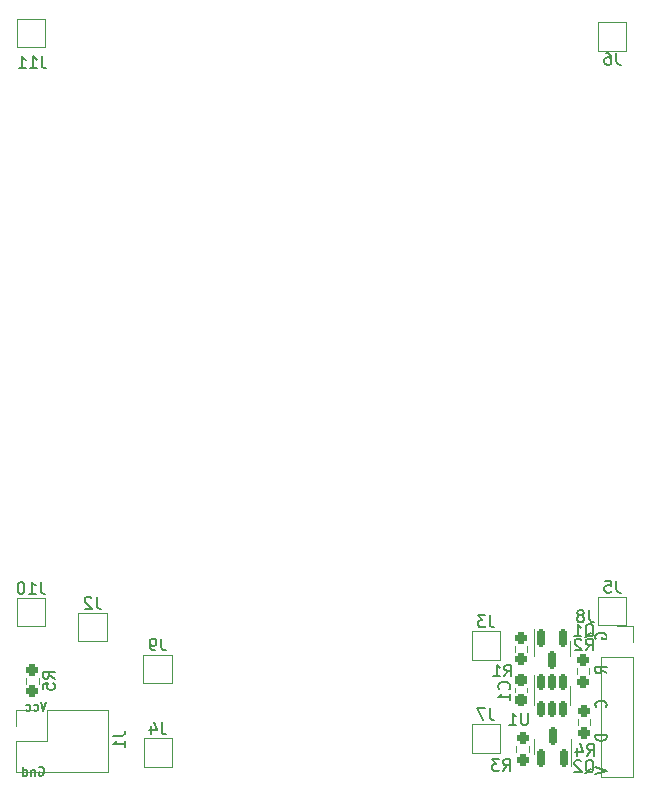
<source format=gbo>
G04 #@! TF.GenerationSoftware,KiCad,Pcbnew,(6.0.2)*
G04 #@! TF.CreationDate,2022-06-03T10:10:03-07:00*
G04 #@! TF.ProjectId,iflfu-top,69666c66-752d-4746-9f70-2e6b69636164,rev?*
G04 #@! TF.SameCoordinates,Original*
G04 #@! TF.FileFunction,Legend,Bot*
G04 #@! TF.FilePolarity,Positive*
%FSLAX46Y46*%
G04 Gerber Fmt 4.6, Leading zero omitted, Abs format (unit mm)*
G04 Created by KiCad (PCBNEW (6.0.2)) date 2022-06-03 10:10:03*
%MOMM*%
%LPD*%
G01*
G04 APERTURE LIST*
G04 Aperture macros list*
%AMRoundRect*
0 Rectangle with rounded corners*
0 $1 Rounding radius*
0 $2 $3 $4 $5 $6 $7 $8 $9 X,Y pos of 4 corners*
0 Add a 4 corners polygon primitive as box body*
4,1,4,$2,$3,$4,$5,$6,$7,$8,$9,$2,$3,0*
0 Add four circle primitives for the rounded corners*
1,1,$1+$1,$2,$3*
1,1,$1+$1,$4,$5*
1,1,$1+$1,$6,$7*
1,1,$1+$1,$8,$9*
0 Add four rect primitives between the rounded corners*
20,1,$1+$1,$2,$3,$4,$5,0*
20,1,$1+$1,$4,$5,$6,$7,0*
20,1,$1+$1,$6,$7,$8,$9,0*
20,1,$1+$1,$8,$9,$2,$3,0*%
G04 Aperture macros list end*
%ADD10C,0.187500*%
%ADD11C,0.150000*%
%ADD12C,0.120000*%
%ADD13C,1.000000*%
%ADD14RoundRect,0.444500X0.444500X0.555500X-0.444500X0.555500X-0.444500X-0.555500X0.444500X-0.555500X0*%
%ADD15RoundRect,0.444500X0.555500X-0.444500X0.555500X0.444500X-0.555500X0.444500X-0.555500X-0.444500X0*%
%ADD16RoundRect,0.150000X-0.150000X0.587500X-0.150000X-0.587500X0.150000X-0.587500X0.150000X0.587500X0*%
%ADD17RoundRect,0.237500X0.237500X-0.250000X0.237500X0.250000X-0.237500X0.250000X-0.237500X-0.250000X0*%
%ADD18R,2.000000X2.000000*%
%ADD19RoundRect,0.237500X0.237500X-0.300000X0.237500X0.300000X-0.237500X0.300000X-0.237500X-0.300000X0*%
%ADD20RoundRect,0.150000X0.150000X-0.587500X0.150000X0.587500X-0.150000X0.587500X-0.150000X-0.587500X0*%
%ADD21R,1.700000X1.700000*%
%ADD22O,1.700000X1.700000*%
%ADD23RoundRect,0.150000X-0.150000X0.512500X-0.150000X-0.512500X0.150000X-0.512500X0.150000X0.512500X0*%
G04 APERTURE END LIST*
D10*
X147982142Y-79059717D02*
X148053571Y-79024002D01*
X148160714Y-79024002D01*
X148267857Y-79059717D01*
X148339285Y-79131145D01*
X148375000Y-79202574D01*
X148410714Y-79345431D01*
X148410714Y-79452574D01*
X148375000Y-79595431D01*
X148339285Y-79666859D01*
X148267857Y-79738288D01*
X148160714Y-79774002D01*
X148089285Y-79774002D01*
X147982142Y-79738288D01*
X147946428Y-79702574D01*
X147946428Y-79452574D01*
X148089285Y-79452574D01*
X147625000Y-79274002D02*
X147625000Y-79774002D01*
X147625000Y-79345431D02*
X147589285Y-79309717D01*
X147517857Y-79274002D01*
X147410714Y-79274002D01*
X147339285Y-79309717D01*
X147303571Y-79381145D01*
X147303571Y-79774002D01*
X146625000Y-79774002D02*
X146625000Y-79024002D01*
X146625000Y-79738288D02*
X146696428Y-79774002D01*
X146839285Y-79774002D01*
X146910714Y-79738288D01*
X146946428Y-79702574D01*
X146982142Y-79631145D01*
X146982142Y-79416859D01*
X146946428Y-79345431D01*
X146910714Y-79309717D01*
X146839285Y-79274002D01*
X146696428Y-79274002D01*
X146625000Y-79309717D01*
D11*
X195100000Y-68188859D02*
X195052380Y-68105717D01*
X195052380Y-67981002D01*
X195100000Y-67856288D01*
X195195238Y-67773145D01*
X195290476Y-67731574D01*
X195480952Y-67690002D01*
X195623809Y-67690002D01*
X195814285Y-67731574D01*
X195909523Y-67773145D01*
X196004761Y-67856288D01*
X196052380Y-67981002D01*
X196052380Y-68064145D01*
X196004761Y-68188859D01*
X195957142Y-68230431D01*
X195623809Y-68230431D01*
X195623809Y-68064145D01*
X196052380Y-71098859D02*
X195576190Y-70807859D01*
X196052380Y-70600002D02*
X195052380Y-70600002D01*
X195052380Y-70932574D01*
X195100000Y-71015717D01*
X195147619Y-71057288D01*
X195242857Y-71098859D01*
X195385714Y-71098859D01*
X195480952Y-71057288D01*
X195528571Y-71015717D01*
X195576190Y-70932574D01*
X195576190Y-70600002D01*
X195957142Y-73967288D02*
X196004761Y-73925717D01*
X196052380Y-73801002D01*
X196052380Y-73717859D01*
X196004761Y-73593145D01*
X195909523Y-73510002D01*
X195814285Y-73468431D01*
X195623809Y-73426859D01*
X195480952Y-73426859D01*
X195290476Y-73468431D01*
X195195238Y-73510002D01*
X195100000Y-73593145D01*
X195052380Y-73717859D01*
X195052380Y-73801002D01*
X195100000Y-73925717D01*
X195147619Y-73967288D01*
X196052380Y-76336859D02*
X195052380Y-76336859D01*
X195052380Y-76544717D01*
X195100000Y-76669431D01*
X195195238Y-76752574D01*
X195290476Y-76794145D01*
X195480952Y-76835717D01*
X195623809Y-76835717D01*
X195814285Y-76794145D01*
X195909523Y-76752574D01*
X196004761Y-76669431D01*
X196052380Y-76544717D01*
X196052380Y-76336859D01*
X195052380Y-79080574D02*
X196052380Y-79371574D01*
X195052380Y-79662574D01*
D10*
X148592857Y-73524002D02*
X148342857Y-74274002D01*
X148092857Y-73524002D01*
X147521428Y-74238288D02*
X147592857Y-74274002D01*
X147735714Y-74274002D01*
X147807142Y-74238288D01*
X147842857Y-74202574D01*
X147878571Y-74131145D01*
X147878571Y-73916859D01*
X147842857Y-73845431D01*
X147807142Y-73809717D01*
X147735714Y-73774002D01*
X147592857Y-73774002D01*
X147521428Y-73809717D01*
X146878571Y-74238288D02*
X146950000Y-74274002D01*
X147092857Y-74274002D01*
X147164285Y-74238288D01*
X147200000Y-74202574D01*
X147235714Y-74131145D01*
X147235714Y-73916859D01*
X147200000Y-73845431D01*
X147164285Y-73809717D01*
X147092857Y-73774002D01*
X146950000Y-73774002D01*
X146878571Y-73809717D01*
D11*
X194195238Y-68082336D02*
X194290476Y-68034717D01*
X194385714Y-67939478D01*
X194528571Y-67796621D01*
X194623809Y-67749002D01*
X194719047Y-67749002D01*
X194671428Y-67987097D02*
X194766666Y-67939478D01*
X194861904Y-67844240D01*
X194909523Y-67653764D01*
X194909523Y-67320431D01*
X194861904Y-67129955D01*
X194766666Y-67034717D01*
X194671428Y-66987097D01*
X194480952Y-66987097D01*
X194385714Y-67034717D01*
X194290476Y-67129955D01*
X194242857Y-67320431D01*
X194242857Y-67653764D01*
X194290476Y-67844240D01*
X194385714Y-67939478D01*
X194480952Y-67987097D01*
X194671428Y-67987097D01*
X193290476Y-67987097D02*
X193861904Y-67987097D01*
X193576190Y-67987097D02*
X193576190Y-66987097D01*
X193671428Y-67129955D01*
X193766666Y-67225193D01*
X193861904Y-67272812D01*
X194366666Y-78087097D02*
X194700000Y-77610907D01*
X194938095Y-78087097D02*
X194938095Y-77087097D01*
X194557142Y-77087097D01*
X194461904Y-77134717D01*
X194414285Y-77182336D01*
X194366666Y-77277574D01*
X194366666Y-77420431D01*
X194414285Y-77515669D01*
X194461904Y-77563288D01*
X194557142Y-77610907D01*
X194938095Y-77610907D01*
X193509523Y-77420431D02*
X193509523Y-78087097D01*
X193747619Y-77039478D02*
X193985714Y-77753764D01*
X193366666Y-77753764D01*
X158345833Y-75276597D02*
X158345833Y-75990883D01*
X158393452Y-76133740D01*
X158488690Y-76228978D01*
X158631547Y-76276597D01*
X158726785Y-76276597D01*
X157441071Y-75609931D02*
X157441071Y-76276597D01*
X157679166Y-75228978D02*
X157917261Y-75943264D01*
X157298214Y-75943264D01*
X196833333Y-18587097D02*
X196833333Y-19301383D01*
X196880952Y-19444240D01*
X196976190Y-19539478D01*
X197119047Y-19587097D01*
X197214285Y-19587097D01*
X195928571Y-18587097D02*
X196119047Y-18587097D01*
X196214285Y-18634717D01*
X196261904Y-18682336D01*
X196357142Y-18825193D01*
X196404761Y-19015669D01*
X196404761Y-19396621D01*
X196357142Y-19491859D01*
X196309523Y-19539478D01*
X196214285Y-19587097D01*
X196023809Y-19587097D01*
X195928571Y-19539478D01*
X195880952Y-19491859D01*
X195833333Y-19396621D01*
X195833333Y-19158526D01*
X195880952Y-19063288D01*
X195928571Y-19015669D01*
X196023809Y-18968050D01*
X196214285Y-18968050D01*
X196309523Y-19015669D01*
X196357142Y-19063288D01*
X196404761Y-19158526D01*
X148109523Y-63389097D02*
X148109523Y-64103383D01*
X148157142Y-64246240D01*
X148252380Y-64341478D01*
X148395238Y-64389097D01*
X148490476Y-64389097D01*
X147109523Y-64389097D02*
X147680952Y-64389097D01*
X147395238Y-64389097D02*
X147395238Y-63389097D01*
X147490476Y-63531955D01*
X147585714Y-63627193D01*
X147680952Y-63674812D01*
X146490476Y-63389097D02*
X146395238Y-63389097D01*
X146300000Y-63436717D01*
X146252380Y-63484336D01*
X146204761Y-63579574D01*
X146157142Y-63770050D01*
X146157142Y-64008145D01*
X146204761Y-64198621D01*
X146252380Y-64293859D01*
X146300000Y-64341478D01*
X146395238Y-64389097D01*
X146490476Y-64389097D01*
X146585714Y-64341478D01*
X146633333Y-64293859D01*
X146680952Y-64198621D01*
X146728571Y-64008145D01*
X146728571Y-63770050D01*
X146680952Y-63579574D01*
X146633333Y-63484336D01*
X146585714Y-63436717D01*
X146490476Y-63389097D01*
X148209523Y-18887097D02*
X148209523Y-19601383D01*
X148257142Y-19744240D01*
X148352380Y-19839478D01*
X148495238Y-19887097D01*
X148590476Y-19887097D01*
X147209523Y-19887097D02*
X147780952Y-19887097D01*
X147495238Y-19887097D02*
X147495238Y-18887097D01*
X147590476Y-19029955D01*
X147685714Y-19125193D01*
X147780952Y-19172812D01*
X146257142Y-19887097D02*
X146828571Y-19887097D01*
X146542857Y-19887097D02*
X146542857Y-18887097D01*
X146638095Y-19029955D01*
X146733333Y-19125193D01*
X146828571Y-19172812D01*
X149282380Y-71568050D02*
X148806190Y-71234717D01*
X149282380Y-70996621D02*
X148282380Y-70996621D01*
X148282380Y-71377574D01*
X148330000Y-71472812D01*
X148377619Y-71520431D01*
X148472857Y-71568050D01*
X148615714Y-71568050D01*
X148710952Y-71520431D01*
X148758571Y-71472812D01*
X148806190Y-71377574D01*
X148806190Y-70996621D01*
X148282380Y-72472812D02*
X148282380Y-71996621D01*
X148758571Y-71949002D01*
X148710952Y-71996621D01*
X148663333Y-72091859D01*
X148663333Y-72329955D01*
X148710952Y-72425193D01*
X148758571Y-72472812D01*
X148853809Y-72520431D01*
X149091904Y-72520431D01*
X149187142Y-72472812D01*
X149234761Y-72425193D01*
X149282380Y-72329955D01*
X149282380Y-72091859D01*
X149234761Y-71996621D01*
X149187142Y-71949002D01*
X194266666Y-69187097D02*
X194600000Y-68710907D01*
X194838095Y-69187097D02*
X194838095Y-68187097D01*
X194457142Y-68187097D01*
X194361904Y-68234717D01*
X194314285Y-68282336D01*
X194266666Y-68377574D01*
X194266666Y-68520431D01*
X194314285Y-68615669D01*
X194361904Y-68663288D01*
X194457142Y-68710907D01*
X194838095Y-68710907D01*
X193885714Y-68282336D02*
X193838095Y-68234717D01*
X193742857Y-68187097D01*
X193504761Y-68187097D01*
X193409523Y-68234717D01*
X193361904Y-68282336D01*
X193314285Y-68377574D01*
X193314285Y-68472812D01*
X193361904Y-68615669D01*
X193933333Y-69187097D01*
X193314285Y-69187097D01*
X187266666Y-79387097D02*
X187600000Y-78910907D01*
X187838095Y-79387097D02*
X187838095Y-78387097D01*
X187457142Y-78387097D01*
X187361904Y-78434717D01*
X187314285Y-78482336D01*
X187266666Y-78577574D01*
X187266666Y-78720431D01*
X187314285Y-78815669D01*
X187361904Y-78863288D01*
X187457142Y-78910907D01*
X187838095Y-78910907D01*
X186933333Y-78387097D02*
X186314285Y-78387097D01*
X186647619Y-78768050D01*
X186504761Y-78768050D01*
X186409523Y-78815669D01*
X186361904Y-78863288D01*
X186314285Y-78958526D01*
X186314285Y-79196621D01*
X186361904Y-79291859D01*
X186409523Y-79339478D01*
X186504761Y-79387097D01*
X186790476Y-79387097D01*
X186885714Y-79339478D01*
X186933333Y-79291859D01*
X187757142Y-72468050D02*
X187804761Y-72420431D01*
X187852380Y-72277574D01*
X187852380Y-72182336D01*
X187804761Y-72039478D01*
X187709523Y-71944240D01*
X187614285Y-71896621D01*
X187423809Y-71849002D01*
X187280952Y-71849002D01*
X187090476Y-71896621D01*
X186995238Y-71944240D01*
X186900000Y-72039478D01*
X186852380Y-72182336D01*
X186852380Y-72277574D01*
X186900000Y-72420431D01*
X186947619Y-72468050D01*
X187852380Y-73420431D02*
X187852380Y-72849002D01*
X187852380Y-73134717D02*
X186852380Y-73134717D01*
X186995238Y-73039478D01*
X187090476Y-72944240D01*
X187138095Y-72849002D01*
X194195238Y-79582336D02*
X194290476Y-79534717D01*
X194385714Y-79439478D01*
X194528571Y-79296621D01*
X194623809Y-79249002D01*
X194719047Y-79249002D01*
X194671428Y-79487097D02*
X194766666Y-79439478D01*
X194861904Y-79344240D01*
X194909523Y-79153764D01*
X194909523Y-78820431D01*
X194861904Y-78629955D01*
X194766666Y-78534717D01*
X194671428Y-78487097D01*
X194480952Y-78487097D01*
X194385714Y-78534717D01*
X194290476Y-78629955D01*
X194242857Y-78820431D01*
X194242857Y-79153764D01*
X194290476Y-79344240D01*
X194385714Y-79439478D01*
X194480952Y-79487097D01*
X194671428Y-79487097D01*
X193861904Y-78582336D02*
X193814285Y-78534717D01*
X193719047Y-78487097D01*
X193480952Y-78487097D01*
X193385714Y-78534717D01*
X193338095Y-78582336D01*
X193290476Y-78677574D01*
X193290476Y-78772812D01*
X193338095Y-78915669D01*
X193909523Y-79487097D01*
X193290476Y-79487097D01*
X194533333Y-65787097D02*
X194533333Y-66501383D01*
X194580952Y-66644240D01*
X194676190Y-66739478D01*
X194819047Y-66787097D01*
X194914285Y-66787097D01*
X193914285Y-66215669D02*
X194009523Y-66168050D01*
X194057142Y-66120431D01*
X194104761Y-66025193D01*
X194104761Y-65977574D01*
X194057142Y-65882336D01*
X194009523Y-65834717D01*
X193914285Y-65787097D01*
X193723809Y-65787097D01*
X193628571Y-65834717D01*
X193580952Y-65882336D01*
X193533333Y-65977574D01*
X193533333Y-66025193D01*
X193580952Y-66120431D01*
X193628571Y-66168050D01*
X193723809Y-66215669D01*
X193914285Y-66215669D01*
X194009523Y-66263288D01*
X194057142Y-66310907D01*
X194104761Y-66406145D01*
X194104761Y-66596621D01*
X194057142Y-66691859D01*
X194009523Y-66739478D01*
X193914285Y-66787097D01*
X193723809Y-66787097D01*
X193628571Y-66739478D01*
X193580952Y-66691859D01*
X193533333Y-66596621D01*
X193533333Y-66406145D01*
X193580952Y-66310907D01*
X193628571Y-66263288D01*
X193723809Y-66215669D01*
X196833333Y-63289097D02*
X196833333Y-64003383D01*
X196880952Y-64146240D01*
X196976190Y-64241478D01*
X197119047Y-64289097D01*
X197214285Y-64289097D01*
X195880952Y-63289097D02*
X196357142Y-63289097D01*
X196404761Y-63765288D01*
X196357142Y-63717669D01*
X196261904Y-63670050D01*
X196023809Y-63670050D01*
X195928571Y-63717669D01*
X195880952Y-63765288D01*
X195833333Y-63860526D01*
X195833333Y-64098621D01*
X195880952Y-64193859D01*
X195928571Y-64241478D01*
X196023809Y-64289097D01*
X196261904Y-64289097D01*
X196357142Y-64241478D01*
X196404761Y-64193859D01*
X186133333Y-74089097D02*
X186133333Y-74803383D01*
X186180952Y-74946240D01*
X186276190Y-75041478D01*
X186419047Y-75089097D01*
X186514285Y-75089097D01*
X185752380Y-74089097D02*
X185085714Y-74089097D01*
X185514285Y-75089097D01*
X154252380Y-76401383D02*
X154966666Y-76401383D01*
X155109523Y-76353764D01*
X155204761Y-76258526D01*
X155252380Y-76115669D01*
X155252380Y-76020431D01*
X155252380Y-77401383D02*
X155252380Y-76829955D01*
X155252380Y-77115669D02*
X154252380Y-77115669D01*
X154395238Y-77020431D01*
X154490476Y-76925193D01*
X154538095Y-76829955D01*
X158333333Y-68189097D02*
X158333333Y-68903383D01*
X158380952Y-69046240D01*
X158476190Y-69141478D01*
X158619047Y-69189097D01*
X158714285Y-69189097D01*
X157809523Y-69189097D02*
X157619047Y-69189097D01*
X157523809Y-69141478D01*
X157476190Y-69093859D01*
X157380952Y-68951002D01*
X157333333Y-68760526D01*
X157333333Y-68379574D01*
X157380952Y-68284336D01*
X157428571Y-68236717D01*
X157523809Y-68189097D01*
X157714285Y-68189097D01*
X157809523Y-68236717D01*
X157857142Y-68284336D01*
X157904761Y-68379574D01*
X157904761Y-68617669D01*
X157857142Y-68712907D01*
X157809523Y-68760526D01*
X157714285Y-68808145D01*
X157523809Y-68808145D01*
X157428571Y-68760526D01*
X157380952Y-68712907D01*
X157333333Y-68617669D01*
X187366666Y-71387097D02*
X187700000Y-70910907D01*
X187938095Y-71387097D02*
X187938095Y-70387097D01*
X187557142Y-70387097D01*
X187461904Y-70434717D01*
X187414285Y-70482336D01*
X187366666Y-70577574D01*
X187366666Y-70720431D01*
X187414285Y-70815669D01*
X187461904Y-70863288D01*
X187557142Y-70910907D01*
X187938095Y-70910907D01*
X186414285Y-71387097D02*
X186985714Y-71387097D01*
X186700000Y-71387097D02*
X186700000Y-70387097D01*
X186795238Y-70529955D01*
X186890476Y-70625193D01*
X186985714Y-70672812D01*
X152833333Y-64639097D02*
X152833333Y-65353383D01*
X152880952Y-65496240D01*
X152976190Y-65591478D01*
X153119047Y-65639097D01*
X153214285Y-65639097D01*
X152404761Y-64734336D02*
X152357142Y-64686717D01*
X152261904Y-64639097D01*
X152023809Y-64639097D01*
X151928571Y-64686717D01*
X151880952Y-64734336D01*
X151833333Y-64829574D01*
X151833333Y-64924812D01*
X151880952Y-65067669D01*
X152452380Y-65639097D01*
X151833333Y-65639097D01*
X186133333Y-66224097D02*
X186133333Y-66938383D01*
X186180952Y-67081240D01*
X186276190Y-67176478D01*
X186419047Y-67224097D01*
X186514285Y-67224097D01*
X185752380Y-66224097D02*
X185133333Y-66224097D01*
X185466666Y-66605050D01*
X185323809Y-66605050D01*
X185228571Y-66652669D01*
X185180952Y-66700288D01*
X185133333Y-66795526D01*
X185133333Y-67033621D01*
X185180952Y-67128859D01*
X185228571Y-67176478D01*
X185323809Y-67224097D01*
X185609523Y-67224097D01*
X185704761Y-67176478D01*
X185752380Y-67128859D01*
X189361904Y-74487097D02*
X189361904Y-75296621D01*
X189314285Y-75391859D01*
X189266666Y-75439478D01*
X189171428Y-75487097D01*
X188980952Y-75487097D01*
X188885714Y-75439478D01*
X188838095Y-75391859D01*
X188790476Y-75296621D01*
X188790476Y-74487097D01*
X187790476Y-75487097D02*
X188361904Y-75487097D01*
X188076190Y-75487097D02*
X188076190Y-74487097D01*
X188171428Y-74629955D01*
X188266666Y-74725193D01*
X188361904Y-74772812D01*
D12*
X192960000Y-69034717D02*
X192960000Y-69684717D01*
X189840000Y-69034717D02*
X189840000Y-67359717D01*
X192960000Y-69034717D02*
X192960000Y-68384717D01*
X189840000Y-69034717D02*
X189840000Y-69684717D01*
X194622500Y-75489441D02*
X194622500Y-74979993D01*
X193577500Y-75489441D02*
X193577500Y-74979993D01*
X156812500Y-79022217D02*
X159212500Y-79022217D01*
X159212500Y-79022217D02*
X159212500Y-76622217D01*
X159212500Y-76622217D02*
X156812500Y-76622217D01*
X156812500Y-76622217D02*
X156812500Y-79022217D01*
X195300000Y-16004717D02*
X195300000Y-18404717D01*
X197700000Y-18404717D02*
X197700000Y-16004717D01*
X197700000Y-16004717D02*
X195300000Y-16004717D01*
X195300000Y-18404717D02*
X197700000Y-18404717D01*
X148500000Y-64734717D02*
X146100000Y-64734717D01*
X146100000Y-67134717D02*
X148500000Y-67134717D01*
X146100000Y-64734717D02*
X146100000Y-67134717D01*
X148500000Y-67134717D02*
X148500000Y-64734717D01*
X146100000Y-15734717D02*
X146100000Y-18134717D01*
X148500000Y-18134717D02*
X148500000Y-15734717D01*
X148500000Y-15734717D02*
X146100000Y-15734717D01*
X146100000Y-18134717D02*
X148500000Y-18134717D01*
X146877500Y-71989441D02*
X146877500Y-71479993D01*
X147922500Y-71989441D02*
X147922500Y-71479993D01*
X194522500Y-71189441D02*
X194522500Y-70679993D01*
X193477500Y-71189441D02*
X193477500Y-70679993D01*
X189422500Y-77789441D02*
X189422500Y-77279993D01*
X188377500Y-77789441D02*
X188377500Y-77279993D01*
X189310000Y-72680984D02*
X189310000Y-72388450D01*
X188290000Y-72680984D02*
X188290000Y-72388450D01*
X193010000Y-77334717D02*
X193010000Y-76684717D01*
X189890000Y-77334717D02*
X189890000Y-76684717D01*
X189890000Y-77334717D02*
X189890000Y-77984717D01*
X193010000Y-77334717D02*
X193010000Y-79009717D01*
X198230000Y-79924717D02*
X195570000Y-79924717D01*
X198230000Y-69704717D02*
X198230000Y-79924717D01*
X195570000Y-69704717D02*
X195570000Y-79924717D01*
X198230000Y-68434717D02*
X198230000Y-67104717D01*
X198230000Y-69704717D02*
X195570000Y-69704717D01*
X198230000Y-67104717D02*
X196900000Y-67104717D01*
X197700000Y-67034717D02*
X197700000Y-64634717D01*
X195300000Y-64634717D02*
X195300000Y-67034717D01*
X197700000Y-64634717D02*
X195300000Y-64634717D01*
X195300000Y-67034717D02*
X197700000Y-67034717D01*
X184600000Y-77834717D02*
X187000000Y-77834717D01*
X187000000Y-77834717D02*
X187000000Y-75434717D01*
X187000000Y-75434717D02*
X184600000Y-75434717D01*
X184600000Y-75434717D02*
X184600000Y-77834717D01*
X148630000Y-74264717D02*
X153770000Y-74264717D01*
X146030000Y-74264717D02*
X146030000Y-75594717D01*
X148630000Y-74264717D02*
X148630000Y-76864717D01*
X146030000Y-76864717D02*
X146030000Y-79464717D01*
X147360000Y-74264717D02*
X146030000Y-74264717D01*
X148630000Y-76864717D02*
X146030000Y-76864717D01*
X146030000Y-79464717D02*
X153770000Y-79464717D01*
X153770000Y-74264717D02*
X153770000Y-79464717D01*
X156800000Y-71934717D02*
X159200000Y-71934717D01*
X159200000Y-71934717D02*
X159200000Y-69534717D01*
X159200000Y-69534717D02*
X156800000Y-69534717D01*
X156800000Y-69534717D02*
X156800000Y-71934717D01*
X188277500Y-69289441D02*
X188277500Y-68779993D01*
X189322500Y-69289441D02*
X189322500Y-68779993D01*
X151300000Y-65984717D02*
X151300000Y-68384717D01*
X153700000Y-68384717D02*
X153700000Y-65984717D01*
X153700000Y-65984717D02*
X151300000Y-65984717D01*
X151300000Y-68384717D02*
X153700000Y-68384717D01*
X184600000Y-69969717D02*
X187000000Y-69969717D01*
X184600000Y-67569717D02*
X184600000Y-69969717D01*
X187000000Y-69969717D02*
X187000000Y-67569717D01*
X187000000Y-67569717D02*
X184600000Y-67569717D01*
X189840000Y-73034717D02*
X189840000Y-71234717D01*
X189840000Y-73034717D02*
X189840000Y-73834717D01*
X192960000Y-73034717D02*
X192960000Y-73834717D01*
X192960000Y-73034717D02*
X192960000Y-72234717D01*
%LPC*%
D13*
X190300000Y-53534717D03*
X151600000Y-20634717D03*
D14*
X152500000Y-67184717D03*
D15*
X158000000Y-77834717D03*
X196500000Y-65834717D03*
X185800000Y-68769717D03*
X196500000Y-17204717D03*
D16*
X192350000Y-68097217D03*
X190450000Y-68097217D03*
X191400000Y-69972217D03*
D17*
X194100000Y-76147217D03*
X194100000Y-74322217D03*
D18*
X158012500Y-77822217D03*
X196500000Y-17204717D03*
X147300000Y-65934717D03*
X147300000Y-16934717D03*
D17*
X147400000Y-72647217D03*
X147400000Y-70822217D03*
X194000000Y-71847217D03*
X194000000Y-70022217D03*
X188900000Y-78447217D03*
X188900000Y-76622217D03*
D19*
X188800000Y-73397217D03*
X188800000Y-71672217D03*
D20*
X190500000Y-78272217D03*
X192400000Y-78272217D03*
X191450000Y-76397217D03*
D21*
X196900000Y-68434717D03*
D22*
X196900000Y-70974717D03*
X196900000Y-73514717D03*
X196900000Y-76054717D03*
X196900000Y-78594717D03*
D18*
X196500000Y-65834717D03*
X185800000Y-76634717D03*
D21*
X147360000Y-75594717D03*
D22*
X147360000Y-78134717D03*
X149900000Y-75594717D03*
X149900000Y-78134717D03*
X152440000Y-75594717D03*
X152440000Y-78134717D03*
D18*
X158000000Y-70734717D03*
D17*
X188800000Y-69947217D03*
X188800000Y-68122217D03*
D18*
X152500000Y-67184717D03*
X185800000Y-68769717D03*
D23*
X190450000Y-71897217D03*
X191400000Y-71897217D03*
X192350000Y-71897217D03*
X192350000Y-74172217D03*
X191400000Y-74172217D03*
X190450000Y-74172217D03*
M02*

</source>
